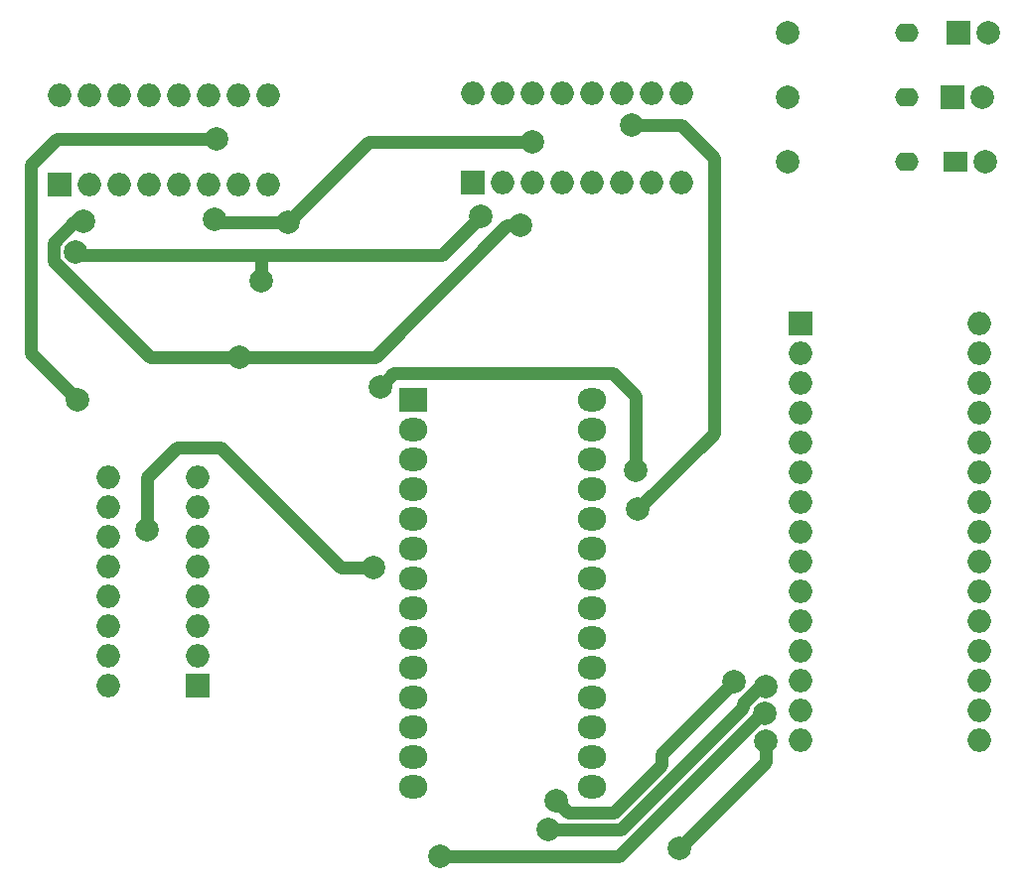
<source format=gbr>
%TF.GenerationSoftware,KiCad,Pcbnew,8.0.3*%
%TF.CreationDate,2024-09-08T09:23:32+02:00*%
%TF.ProjectId,AT28C64B-circuit-third-sol,41543238-4336-4344-922d-636972637569,rev?*%
%TF.SameCoordinates,Original*%
%TF.FileFunction,Copper,L1,Top*%
%TF.FilePolarity,Positive*%
%FSLAX46Y46*%
G04 Gerber Fmt 4.6, Leading zero omitted, Abs format (unit mm)*
G04 Created by KiCad (PCBNEW 8.0.3) date 2024-09-08 09:23:32*
%MOMM*%
%LPD*%
G01*
G04 APERTURE LIST*
%TA.AperFunction,ComponentPad*%
%ADD10C,2.000000*%
%TD*%
%TA.AperFunction,ComponentPad*%
%ADD11O,2.000000X1.600000*%
%TD*%
%TA.AperFunction,ComponentPad*%
%ADD12R,2.000000X2.000000*%
%TD*%
%TA.AperFunction,ComponentPad*%
%ADD13O,2.000000X2.000000*%
%TD*%
%TA.AperFunction,ComponentPad*%
%ADD14R,2.400000X2.000000*%
%TD*%
%TA.AperFunction,ComponentPad*%
%ADD15O,2.400000X2.000000*%
%TD*%
%TA.AperFunction,ComponentPad*%
%ADD16R,2.000000X1.800000*%
%TD*%
%TA.AperFunction,ViaPad*%
%ADD17C,2.000000*%
%TD*%
%TA.AperFunction,Conductor*%
%ADD18C,1.100000*%
%TD*%
G04 APERTURE END LIST*
D10*
%TO.P,R3,1*%
%TO.N,GND*%
X175420000Y-53050000D03*
D11*
%TO.P,R3,2*%
%TO.N,Net-(D3-K)*%
X185580000Y-53050000D03*
%TD*%
D10*
%TO.P,R1,1*%
%TO.N,GND*%
X175420000Y-42000000D03*
D11*
%TO.P,R1,2*%
%TO.N,Net-(D1-K)*%
X185580000Y-42000000D03*
%TD*%
D12*
%TO.P,LS161_2,1,~{MR}*%
%TO.N,Net-(LS161_1-~{MR})*%
X113380000Y-55000000D03*
D13*
%TO.P,LS161_2,2,CP*%
%TO.N,Net-(LS161_1-CP)*%
X115920000Y-55000000D03*
%TO.P,LS161_2,3,D0*%
%TO.N,GND*%
X118460000Y-55000000D03*
%TO.P,LS161_2,4,D1*%
X121000000Y-55000000D03*
%TO.P,LS161_2,5,D2*%
X123540000Y-55000000D03*
%TO.P,LS161_2,6,D3*%
X126080000Y-55000000D03*
%TO.P,LS161_2,7,CEP*%
%TO.N,VCC*%
X128620000Y-55000000D03*
%TO.P,LS161_2,8,GND*%
%TO.N,GND*%
X131160000Y-55000000D03*
%TO.P,LS161_2,9,~{PE}*%
%TO.N,VCC*%
X131160000Y-47380000D03*
%TO.P,LS161_2,10,CET*%
%TO.N,Net-(LS161_1-TC)*%
X128620000Y-47380000D03*
%TO.P,LS161_2,11,Q3*%
%TO.N,Net-(EEPROM1-A7)*%
X126080000Y-47380000D03*
%TO.P,LS161_2,12,Q2*%
%TO.N,Net-(EEPROM1-A6)*%
X123540000Y-47380000D03*
%TO.P,LS161_2,13,Q1*%
%TO.N,Net-(EEPROM1-A5)*%
X121000000Y-47380000D03*
%TO.P,LS161_2,14,Q0*%
%TO.N,Net-(EEPROM1-A4)*%
X118460000Y-47380000D03*
%TO.P,LS161_2,15,TC*%
%TO.N,Net-(LS161_2-TC)*%
X115920000Y-47380000D03*
%TO.P,LS161_2,16,VCC*%
%TO.N,VCC*%
X113380000Y-47380000D03*
%TD*%
D12*
%TO.P,D1,1,K*%
%TO.N,Net-(D1-K)*%
X189960000Y-42000000D03*
D10*
%TO.P,D1,2,A*%
%TO.N,VCC*%
X192500000Y-42000000D03*
%TD*%
D14*
%TO.P,EEPROM1,1*%
%TO.N,N/C*%
X143500000Y-73340000D03*
D15*
%TO.P,EEPROM1,2,A12*%
%TO.N,Net-(EEPROM1-A12)*%
X143500000Y-75880000D03*
%TO.P,EEPROM1,3,A7*%
%TO.N,Net-(EEPROM1-A7)*%
X143500000Y-78420000D03*
%TO.P,EEPROM1,4,A6*%
%TO.N,Net-(EEPROM1-A6)*%
X143500000Y-80960000D03*
%TO.P,EEPROM1,5,A5*%
%TO.N,Net-(EEPROM1-A5)*%
X143500000Y-83500000D03*
%TO.P,EEPROM1,6,A4*%
%TO.N,Net-(EEPROM1-A4)*%
X143500000Y-86040000D03*
%TO.P,EEPROM1,7,A3*%
%TO.N,Net-(EEPROM1-A3)*%
X143500000Y-88580000D03*
%TO.P,EEPROM1,8,A2*%
%TO.N,Net-(EEPROM1-A2)*%
X143500000Y-91120000D03*
%TO.P,EEPROM1,9,A1*%
%TO.N,Net-(EEPROM1-A1)*%
X143500000Y-93660000D03*
%TO.P,EEPROM1,10,A0*%
%TO.N,Net-(EEPROM1-A0)*%
X143500000Y-96200000D03*
%TO.P,EEPROM1,11,D0*%
%TO.N,/D0*%
X143500000Y-98740000D03*
%TO.P,EEPROM1,12,D1*%
%TO.N,/D1*%
X143500000Y-101280000D03*
%TO.P,EEPROM1,13,D2*%
%TO.N,/D2*%
X143500000Y-103820000D03*
%TO.P,EEPROM1,14,GND*%
%TO.N,GND*%
X143500000Y-106360000D03*
%TO.P,EEPROM1,15,D3*%
%TO.N,/D3*%
X158740000Y-106360000D03*
%TO.P,EEPROM1,16,D4*%
%TO.N,/D4*%
X158740000Y-103820000D03*
%TO.P,EEPROM1,17,D5*%
%TO.N,/D5*%
X158740000Y-101280000D03*
%TO.P,EEPROM1,18,D6*%
%TO.N,/D6*%
X158740000Y-98740000D03*
%TO.P,EEPROM1,19,D7*%
%TO.N,/D7*%
X158740000Y-96200000D03*
%TO.P,EEPROM1,20,~{CS}*%
%TO.N,Net-(EEPROM1-~{CS})*%
X158740000Y-93660000D03*
%TO.P,EEPROM1,21,A10*%
%TO.N,Net-(EEPROM1-A10)*%
X158740000Y-91120000D03*
%TO.P,EEPROM1,22,~{OE}*%
%TO.N,Net-(EEPROM1-~{OE})*%
X158740000Y-88580000D03*
%TO.P,EEPROM1,23,A11*%
%TO.N,Net-(EEPROM1-A11)*%
X158740000Y-86040000D03*
%TO.P,EEPROM1,24,A9*%
%TO.N,Net-(EEPROM1-A9)*%
X158740000Y-83500000D03*
%TO.P,EEPROM1,25,A8*%
%TO.N,Net-(EEPROM1-A8)*%
X158740000Y-80960000D03*
%TO.P,EEPROM1,26*%
%TO.N,N/C*%
X158740000Y-78420000D03*
%TO.P,EEPROM1,27,~{WE}*%
%TO.N,Net-(EEPROM1-~{WE})*%
X158740000Y-75880000D03*
%TO.P,EEPROM1,28,VCC*%
%TO.N,VCC*%
X158740000Y-73340000D03*
%TD*%
D12*
%TO.P,LS161_3,1,~{MR}*%
%TO.N,Net-(LS161_1-~{MR})*%
X148625000Y-54800000D03*
D13*
%TO.P,LS161_3,2,CP*%
%TO.N,Net-(LS161_1-CP)*%
X151165000Y-54800000D03*
%TO.P,LS161_3,3,D0*%
%TO.N,GND*%
X153705000Y-54800000D03*
%TO.P,LS161_3,4,D1*%
X156245000Y-54800000D03*
%TO.P,LS161_3,5,D2*%
X158785000Y-54800000D03*
%TO.P,LS161_3,6,D3*%
X161325000Y-54800000D03*
%TO.P,LS161_3,7,CEP*%
%TO.N,VCC*%
X163865000Y-54800000D03*
%TO.P,LS161_3,8,GND*%
%TO.N,GND*%
X166405000Y-54800000D03*
%TO.P,LS161_3,9,~{PE}*%
%TO.N,VCC*%
X166405000Y-47180000D03*
%TO.P,LS161_3,10,CET*%
%TO.N,Net-(LS161_2-TC)*%
X163865000Y-47180000D03*
%TO.P,LS161_3,11,Q3*%
%TO.N,Net-(EEPROM1-A11)*%
X161325000Y-47180000D03*
%TO.P,LS161_3,12,Q2*%
%TO.N,Net-(EEPROM1-A10)*%
X158785000Y-47180000D03*
%TO.P,LS161_3,13,Q1*%
%TO.N,Net-(EEPROM1-A9)*%
X156245000Y-47180000D03*
%TO.P,LS161_3,14,Q0*%
%TO.N,Net-(EEPROM1-A8)*%
X153705000Y-47180000D03*
%TO.P,LS161_3,15,TC*%
%TO.N,unconnected-(LS161_3-TC-Pad15)*%
X151165000Y-47180000D03*
%TO.P,LS161_3,16,VCC*%
%TO.N,VCC*%
X148625000Y-47180000D03*
%TD*%
D10*
%TO.P,R2,1*%
%TO.N,GND*%
X175420000Y-47500000D03*
D11*
%TO.P,R2,2*%
%TO.N,Net-(D2-K)*%
X185580000Y-47500000D03*
%TD*%
D12*
%TO.P,NANO1,1,D1/TX*%
%TO.N,unconnected-(NANO1-D1{slash}TX-Pad1)*%
X176500000Y-66840000D03*
D13*
%TO.P,NANO1,2,D0/RX*%
%TO.N,unconnected-(NANO1-D0{slash}RX-Pad2)*%
X176500000Y-69380000D03*
%TO.P,NANO1,3,~{RESET}*%
%TO.N,unconnected-(NANO1-~{RESET}-Pad3)*%
X176500000Y-71920000D03*
%TO.P,NANO1,4,GND*%
%TO.N,GND*%
X176500000Y-74460000D03*
%TO.P,NANO1,5,D2*%
%TO.N,Net-(D3-A)*%
X176500000Y-77000000D03*
%TO.P,NANO1,6,D3*%
%TO.N,Net-(LS161_1-CP)*%
X176500000Y-79540000D03*
%TO.P,NANO1,7,D4*%
%TO.N,Net-(LS161_1-~{MR})*%
X176500000Y-82080000D03*
%TO.P,NANO1,8,D5*%
%TO.N,Net-(EEPROM1-~{CS})*%
X176500000Y-84620000D03*
%TO.P,NANO1,9,D6*%
%TO.N,Net-(EEPROM1-~{OE})*%
X176500000Y-87160000D03*
%TO.P,NANO1,10,D7*%
%TO.N,Net-(EEPROM1-~{WE})*%
X176500000Y-89700000D03*
%TO.P,NANO1,11,D8*%
%TO.N,Net-(EEPROM1-A12)*%
X176500000Y-92240000D03*
%TO.P,NANO1,12,D9*%
%TO.N,/D0*%
X176500000Y-94780000D03*
%TO.P,NANO1,13,D10*%
%TO.N,/D1*%
X176500000Y-97320000D03*
%TO.P,NANO1,14,D11*%
%TO.N,/D2*%
X176500000Y-99860000D03*
%TO.P,NANO1,15,D12*%
%TO.N,/D3*%
X176500000Y-102400000D03*
%TO.P,NANO1,16,D13*%
%TO.N,Net-(D2-A)*%
X191740000Y-102400000D03*
%TO.P,NANO1,17,3V3*%
%TO.N,unconnected-(NANO1-3V3-Pad17)*%
X191740000Y-99860000D03*
%TO.P,NANO1,18,AREF*%
%TO.N,unconnected-(NANO1-AREF-Pad18)*%
X191740000Y-97320000D03*
%TO.P,NANO1,19,A0*%
%TO.N,unconnected-(NANO1-A0-Pad19)*%
X191740000Y-94780000D03*
%TO.P,NANO1,20,A1*%
%TO.N,/D4*%
X191740000Y-92240000D03*
%TO.P,NANO1,21,A2*%
%TO.N,/D5*%
X191740000Y-89700000D03*
%TO.P,NANO1,22,A3*%
%TO.N,/D6*%
X191740000Y-87160000D03*
%TO.P,NANO1,23,A4*%
%TO.N,/D7*%
X191740000Y-84620000D03*
%TO.P,NANO1,24,A5*%
%TO.N,unconnected-(NANO1-A5-Pad24)*%
X191740000Y-82080000D03*
%TO.P,NANO1,25,A6*%
%TO.N,unconnected-(NANO1-A6-Pad25)*%
X191740000Y-79540000D03*
%TO.P,NANO1,26,A7*%
%TO.N,unconnected-(NANO1-A7-Pad26)*%
X191740000Y-77000000D03*
%TO.P,NANO1,27,+5V*%
%TO.N,VCC*%
X191740000Y-74460000D03*
%TO.P,NANO1,28,~{RESET}*%
%TO.N,unconnected-(NANO1-~{RESET}-Pad28)*%
X191740000Y-71920000D03*
%TO.P,NANO1,29,GND*%
%TO.N,unconnected-(NANO1-GND-Pad29)*%
X191740000Y-69380000D03*
%TO.P,NANO1,30,VIN*%
%TO.N,unconnected-(NANO1-VIN-Pad30)*%
X191740000Y-66840000D03*
%TD*%
D12*
%TO.P,LS161_1,1,~{MR}*%
%TO.N,Net-(LS161_1-~{MR})*%
X125120000Y-97740000D03*
D13*
%TO.P,LS161_1,2,CP*%
%TO.N,Net-(LS161_1-CP)*%
X125120000Y-95200000D03*
%TO.P,LS161_1,3,D0*%
%TO.N,GND*%
X125120000Y-92660000D03*
%TO.P,LS161_1,4,D1*%
X125120000Y-90120000D03*
%TO.P,LS161_1,5,D2*%
X125120000Y-87580000D03*
%TO.P,LS161_1,6,D3*%
X125120000Y-85040000D03*
%TO.P,LS161_1,7,CEP*%
%TO.N,VCC*%
X125120000Y-82500000D03*
%TO.P,LS161_1,8,GND*%
%TO.N,GND*%
X125120000Y-79960000D03*
%TO.P,LS161_1,9,~{PE}*%
%TO.N,VCC*%
X117500000Y-79960000D03*
%TO.P,LS161_1,10,CET*%
X117500000Y-82500000D03*
%TO.P,LS161_1,11,Q3*%
%TO.N,Net-(EEPROM1-A3)*%
X117500000Y-85040000D03*
%TO.P,LS161_1,12,Q2*%
%TO.N,Net-(EEPROM1-A2)*%
X117500000Y-87580000D03*
%TO.P,LS161_1,13,Q1*%
%TO.N,Net-(EEPROM1-A1)*%
X117500000Y-90120000D03*
%TO.P,LS161_1,14,Q0*%
%TO.N,Net-(EEPROM1-A0)*%
X117500000Y-92660000D03*
%TO.P,LS161_1,15,TC*%
%TO.N,Net-(LS161_1-TC)*%
X117500000Y-95200000D03*
%TO.P,LS161_1,16,VCC*%
%TO.N,VCC*%
X117500000Y-97740000D03*
%TD*%
D12*
%TO.P,D2,1,K*%
%TO.N,Net-(D2-K)*%
X189460000Y-47500000D03*
D10*
%TO.P,D2,2,A*%
%TO.N,Net-(D2-A)*%
X192000000Y-47500000D03*
%TD*%
D16*
%TO.P,D3,1,K*%
%TO.N,Net-(D3-K)*%
X189725000Y-53000000D03*
D10*
%TO.P,D3,2,A*%
%TO.N,Net-(D3-A)*%
X192265000Y-53000000D03*
%TD*%
D17*
%TO.N,Net-(LS161_1-CP)*%
X128670300Y-69685400D03*
X152642000Y-58481600D03*
X115420600Y-58143900D03*
%TO.N,Net-(LS161_1-TC)*%
X126753900Y-51081500D03*
X114887700Y-73361000D03*
%TO.N,Net-(LS161_1-~{MR})*%
X149240800Y-57711100D03*
X114698800Y-60725800D03*
X130528400Y-63159000D03*
%TO.N,Net-(EEPROM1-A3)*%
X120779800Y-84449800D03*
X140107500Y-87672500D03*
%TO.N,GND*%
X132819900Y-58214200D03*
X153705000Y-51369000D03*
X126560600Y-57970400D03*
%TO.N,/D2*%
X173457900Y-100113300D03*
X145800000Y-112278900D03*
%TO.N,/D3*%
X173535500Y-102429300D03*
X166157900Y-111609800D03*
%TO.N,/D0*%
X170828800Y-97413000D03*
X155702100Y-107554400D03*
%TO.N,Net-(EEPROM1-A11)*%
X162654600Y-82661700D03*
X162118900Y-49891400D03*
%TO.N,/D1*%
X173595600Y-97801900D03*
X154975700Y-110003500D03*
%TO.N,Net-(EEPROM1-A12)*%
X162465600Y-79363200D03*
X140687800Y-72214700D03*
%TD*%
D18*
%TO.N,Net-(LS161_1-CP)*%
X140275600Y-69685400D02*
X128670300Y-69685400D01*
X151479400Y-58481600D02*
X140275600Y-69685400D01*
X152642000Y-58481600D02*
X151479400Y-58481600D01*
X114661800Y-58143900D02*
X115420600Y-58143900D01*
X112826200Y-59979500D02*
X114661800Y-58143900D01*
X112826200Y-61473100D02*
X112826200Y-59979500D01*
X121038500Y-69685400D02*
X112826200Y-61473100D01*
X128670300Y-69685400D02*
X121038500Y-69685400D01*
%TO.N,Net-(LS161_1-TC)*%
X110910500Y-69383800D02*
X114887700Y-73361000D01*
X110910500Y-53311900D02*
X110910500Y-69383800D01*
X113140900Y-51081500D02*
X110910500Y-53311900D01*
X126753900Y-51081500D02*
X113140900Y-51081500D01*
%TO.N,Net-(LS161_1-~{MR})*%
X114971100Y-60998100D02*
X130528400Y-60998100D01*
X114698800Y-60725800D02*
X114971100Y-60998100D01*
X145953800Y-60998100D02*
X149240800Y-57711100D01*
X130528400Y-60998100D02*
X145953800Y-60998100D01*
X130528400Y-60998100D02*
X130528400Y-63159000D01*
%TO.N,Net-(EEPROM1-A3)*%
X120779800Y-79965600D02*
X120779800Y-84449800D01*
X123317900Y-77427500D02*
X120779800Y-79965600D01*
X127110500Y-77427500D02*
X123317900Y-77427500D01*
X137355500Y-87672500D02*
X127110500Y-77427500D01*
X140107500Y-87672500D02*
X137355500Y-87672500D01*
%TO.N,GND*%
X139665100Y-51369000D02*
X132819900Y-58214200D01*
X153705000Y-51369000D02*
X139665100Y-51369000D01*
X126804400Y-58214200D02*
X126560600Y-57970400D01*
X132819900Y-58214200D02*
X126804400Y-58214200D01*
%TO.N,/D2*%
X173206700Y-100113300D02*
X173457900Y-100113300D01*
X161041100Y-112278900D02*
X173206700Y-100113300D01*
X145800000Y-112278900D02*
X161041100Y-112278900D01*
%TO.N,/D3*%
X173535500Y-104232200D02*
X173535500Y-102429300D01*
X166157900Y-111609800D02*
X173535500Y-104232200D01*
%TO.N,/D0*%
X156749500Y-108601800D02*
X155702100Y-107554400D01*
X160573300Y-108601800D02*
X156749500Y-108601800D01*
X164677900Y-104497200D02*
X160573300Y-108601800D01*
X164677900Y-103563900D02*
X164677900Y-104497200D01*
X170828800Y-97413000D02*
X164677900Y-103563900D01*
%TO.N,Net-(EEPROM1-A11)*%
X169132700Y-76183600D02*
X162654600Y-82661700D01*
X169132700Y-52695300D02*
X169132700Y-76183600D01*
X166328800Y-49891400D02*
X169132700Y-52695300D01*
X162118900Y-49891400D02*
X166328800Y-49891400D01*
%TO.N,/D1*%
X173058600Y-97801900D02*
X173595600Y-97801900D01*
X173058600Y-97802000D02*
X173058600Y-97801900D01*
X171595900Y-99264700D02*
X173058600Y-97802000D01*
X171595800Y-99264700D02*
X171595900Y-99264700D01*
X171595800Y-99587300D02*
X171595800Y-99264700D01*
X161179600Y-110003500D02*
X171595800Y-99587300D01*
X154975700Y-110003500D02*
X161179600Y-110003500D01*
%TO.N,Net-(EEPROM1-A12)*%
X141816900Y-71085600D02*
X140687800Y-72214700D01*
X160508300Y-71085600D02*
X141816900Y-71085600D01*
X162465600Y-73042900D02*
X160508300Y-71085600D01*
X162465600Y-79363200D02*
X162465600Y-73042900D01*
%TD*%
M02*

</source>
